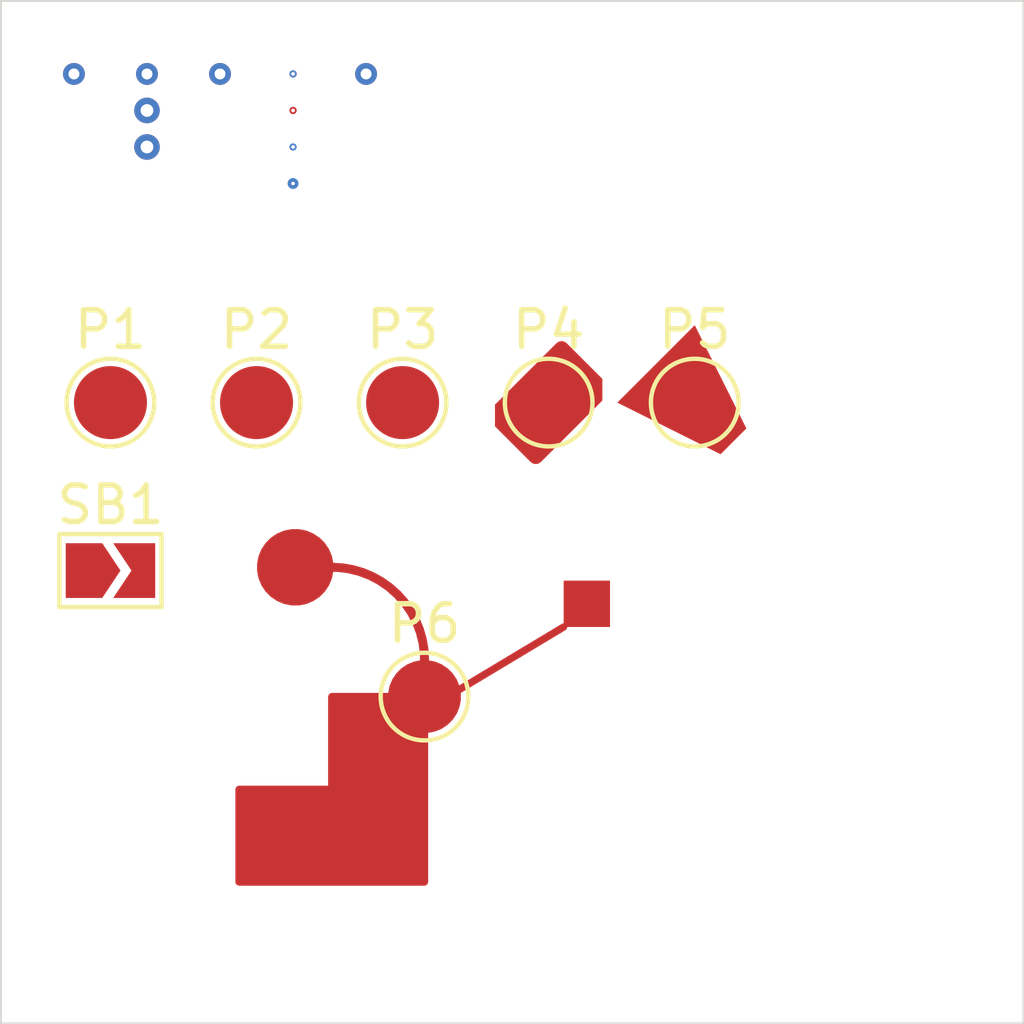
<source format=kicad_pcb>
(kicad_pcb (version 20240609) (generator "pcbnew") (generator_version "8.99")
  (layers (0 "F.Cu" signal) (1 "In1.Cu" signal) (2 "In2.Cu" signal) (3 "In3.Cu" signal) (4 "In4.Cu" signal) (31 "B.Cu" signal) (34 "B.Paste" user) (35 "F.Paste" user) (36 "B.SilkS" user "B.Silkscreen") (37 "F.SilkS" user "F.Silkscreen") (38 "B.Mask" user) (39 "F.Mask" user) (44 "Edge.Cuts" user))
  (net 0 "")
  (net 1 "A")
  (net 2 "B")
  (footprint "TestPoint:TestPoint_Pad_D2.0mm" (layer "F.Cu") (at 125 89)
    (property "Reference" "P2" (at 0 -1.998 0) (layer "F.SilkS"))
    (property "Value" "TestPoint_Pad_D2.0mm" (hide yes))
    (fp_circle (center 0 0) (end 0 1.2) (stroke (width 0.12)) (fill none) (layer "F.SilkS"))
    (pad "1" smd circle (at 0 0 90) (size 2 2) (layers "F.Cu" "F.Mask"))
  )
  (footprint "TestPoint:TestPoint_Pad_D2.0mm" (layer "F.Cu") (at 137 89)
    (property "Reference" "P5" (at 0 -1.998 0) (layer "F.SilkS"))
    (property "Value" "TestPoint_Pad_D2.0mm" (hide yes))
    (fp_circle (center 0 0) (end 0 1.2) (stroke (width 0.12)) (fill none) (layer "F.SilkS"))
    (pad "2" smd trapezoid (at 0 0 315) (size 3 2) (rect_delta 1 0) (layers "F.Cu"))
  )
  (footprint "TestPoint:TestPoint_Pad_D2.0mm" (layer "F.Cu") (at 133 89)
    (property "Reference" "P4" (at 0 -1.998 0) (layer "F.SilkS"))
    (property "Value" "TestPoint_Pad_D2.0mm" (hide yes))
    (fp_circle (center 0 0) (end 0 1.2) (stroke (width 0.12)) (fill none) (layer "F.SilkS"))
    (pad "Pad" smd roundrect (at 0 0 45) (size 3 2) (layers "F.Cu" "F.Adhes" "F.Paste" "F.Mask") (roundrect_rratio 0.1) (chamfer_ratio 0.21) (chamfer top_left bottom_right))
  )
  (footprint "Jumper:SolderJumper-2_P1.3mm_Open_TrianglePad1.0x1.5mm" (layer "F.Cu") (at 121 93.6)
    (property "Reference" "SB1" (at 0 -1.8 0) (layer "F.SilkS"))
    (property "Value" "SolderJumper-2_P1.3mm_Open_TrianglePad1.0x1.5mm" (hide yes))
    (fp_line (start -1.4 -1) (end 1.4 -1) (stroke (width 0.12)) (layer "F.SilkS"))
    (fp_line (start -1.4 1) (end -1.4 -1) (stroke (width 0.12)) (layer "F.SilkS"))
    (fp_line (start 1.4 -1) (end 1.4 1) (stroke (width 0.12)) (layer "F.SilkS"))
    (fp_line (start 1.4 1) (end -1.4 1) (stroke (width 0.12)) (layer "F.SilkS"))
    (pad "1" smd custom (at -0.725 0) (size 0.3 0.3) (layers "F.Cu" "F.Mask") (options (clearance outline) (anchor rect)) (primitives (gr_poly (pts (xy -0.5 -0.75) (xy 0.5 -0.75) (xy 1 0) (xy 0.5 0.75) (xy -0.5 0.75)) (width 0) (fill yes))))
    (pad "2" smd custom (at 0.725 0) (size 0.3 0.3) (layers "F.Cu" "F.Mask") (options (clearance outline) (anchor rect)) (primitives (gr_poly (pts (xy -0.65 -0.75) (xy 0.5 -0.75) (xy 0.5 0.75) (xy -0.65 0.75) (xy -0.15 0)) (width 0) (fill yes))))
  )
  (footprint "TestPoint:TestPoint_Pad_D2.0mm" (layer "F.Cu") (at 121 89)
    (property "Reference" "P1" (at 0 -1.998 0) (layer "F.SilkS"))
    (property "Value" "TestPoint_Pad_D2.0mm" (hide yes))
    (fp_circle (center 0 0) (end 0 1.2) (stroke (width 0.12)) (fill none) (layer "F.SilkS"))
    (pad "1" smd circle (at 0 0) (size 2 2) (layers "F.Cu" "F.Mask"))
  )
  (footprint "TestPoint:TestPoint_Pad_D2.0mm" (layer "F.Cu") (at 129.6 97.05)
    (property "Reference" "P6" (at 0 -1.998 0) (layer "F.SilkS"))
    (property "Value" "TestPoint_Pad_D2.0mm" (hide yes))
    (fp_circle (center 0 0) (end 0 1.2) (stroke (width 0.12)) (fill none) (layer "F.SilkS"))
    (pad "1" smd custom (at 0 0 90) (size 2 2) (layers "F.Cu" "F.Mask") (options (clearance outline) (anchor circle)) (primitives (gr_bbox (start -5.08 -4.1275) (end -3.175 -0.9525) (fill no)) (gr_poly (pts (xy -2.54 -2.54) (xy 0 -2.54) (xy 0 0) (xy -5.08 0) (xy -5.08 -5.08) (xy -2.54 -5.08)) (width 0.2) (fill yes)) (gr_arc (start 3.54 -2.54) (mid 2.796051 -0.743949) (end 1 0) (width 0.25)) (gr_circle (center 3.54 -3.54) (end 3.54 -2.54) (width 0.1) (fill yes)) (gr_line (start 0 0.635) (end 1.905 3.81) (width 0.2)) (gr_rect (start 1.905 3.81) (end 3.175 5.08) (width 0) (fill yes))))
  )
  (footprint "TestPoint:TestPoint_Pad_D2.0mm" (layer "F.Cu") (at 129 89)
    (property "Reference" "P3" (at 0 -1.998 0) (layer "F.SilkS"))
    (property "Value" "TestPoint_Pad_D2.0mm" (hide yes))
    (fp_circle (center 0 0) (end 0 1.2) (stroke (width 0.12)) (fill none) (layer "F.SilkS"))
    (pad "Pad" smd circle (at 0 0 90) (size 2 2) (property pad_prop_bga) (layers "F.Cu" "F.Paste" "F.Mask") (clearance 1))
  )
  (gr_rect (start 118 78) (end 146 106) (stroke (width 0.05)) (fill none) (layer "Edge.Cuts"))
  (via blind (at 128 80) (size 0.6) (drill 0.3) (layers "F.Cu" "B.Cu") (net 0))
  (via (at 120 80) (size 0.6) (drill 0.3) (layers "F.Cu" "B.Cu") (net 1))
  (via (at 124 80) (size 0.6) (drill 0.3) (layers "F.Cu" "B.Cu") (net 1))
  (via (at 122 80) (size 0.6) (drill 0.3) (layers "F.Cu" "B.Cu") (net 2))
  (via (at 122 79.1) (size 0.6) (drill 0.3) (layers "F.Cu" "B.Cu") (remove_unused_layers yes) (net 2))
  (via (at 122 82) (size 0.7) (drill 0.35) (layers "F.Cu" "B.Cu") (net 2))
  (via (at 122 81) (size 0.7) (drill 0.35) (layers "F.Cu" "B.Cu") (net 2))
  (via micro (at 126 80) (size 0.2) (drill 0.1) (layers "F.Cu" "B.Cu") (net 2))
  (via micro (at 126 81) (size 0.2) (drill 0.1) (layers "F.Cu" "In4.Cu") (net 2))
  (via micro (at 126 83) (size 0.3) (drill 0.1) (layers "In3.Cu" "B.Cu") (net 2))
  (via micro (at 126 82) (size 0.2) (drill 0.1) (layers "In4.Cu" "B.Cu") (net 2))
)
</source>
